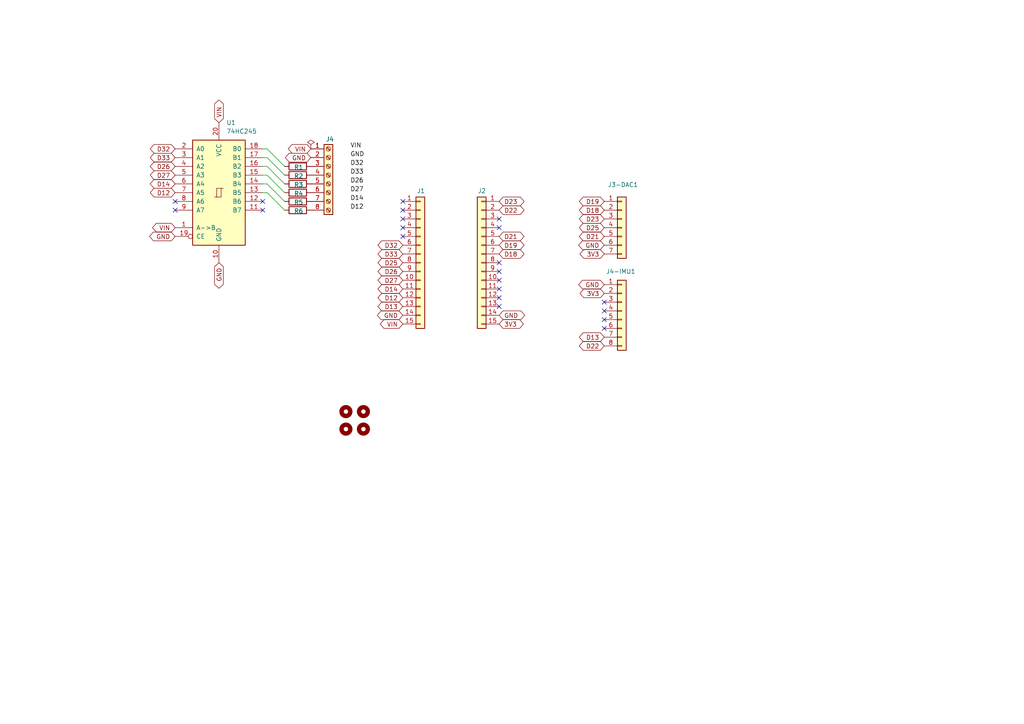
<source format=kicad_sch>
(kicad_sch (version 20250114) (generator "eeschema") (generator_version "9.0")
  (paper "A4")
  (lib_symbols
    (symbol "74xx:74HC245" (pin_names (offset 1.016))
      (property "Reference" "U" (at -7.62 16.51 0))
      (property "Value" "74HC245" (at -7.62 -16.51 0))
      (symbol "74HC245_1_0"
        (polyline (pts (xy -1.27 -1.27) (xy 0.635 -1.27) (xy 0.635 1.27) (xy 1.27 1.27)))
        (polyline (pts (xy -0.635 -1.27) (xy -0.635 1.27) (xy 0.635 1.27)))
        (pin tri_state line (at -12.7 12.7 0) (length 5.08) (name "A0") (number "2"))
        (pin tri_state line (at -12.7 10.16 0) (length 5.08) (name "A1") (number "3"))
        (pin tri_state line (at -12.7 7.62 0) (length 5.08) (name "A2") (number "4"))
        (pin tri_state line (at -12.7 5.08 0) (length 5.08) (name "A3") (number "5"))
        (pin tri_state line (at -12.7 2.54 0) (length 5.08) (name "A4") (number "6"))
        (pin tri_state line (at -12.7 0 0) (length 5.08) (name "A5") (number "7"))
        (pin tri_state line (at -12.7 -2.54 0) (length 5.08) (name "A6") (number "8"))
        (pin tri_state line (at -12.7 -5.08 0) (length 5.08) (name "A7") (number "9"))
        (pin input line (at -12.7 -10.16 0) (length 5.08) (name "A->B") (number "1"))
        (pin input inverted (at -12.7 -12.7 0) (length 5.08) (name "CE") (number "19"))
        (pin power_in line (at 0 20.32 270) (length 5.08) (name "VCC") (number "20"))
        (pin power_in line (at 0 -20.32 90) (length 5.08) (name "GND") (number "10"))
        (pin tri_state line (at 12.7 12.7 180) (length 5.08) (name "B0") (number "18"))
        (pin tri_state line (at 12.7 10.16 180) (length 5.08) (name "B1") (number "17"))
        (pin tri_state line (at 12.7 7.62 180) (length 5.08) (name "B2") (number "16"))
        (pin tri_state line (at 12.7 5.08 180) (length 5.08) (name "B3") (number "15"))
        (pin tri_state line (at 12.7 2.54 180) (length 5.08) (name "B4") (number "14"))
        (pin tri_state line (at 12.7 0 180) (length 5.08) (name "B5") (number "13"))
        (pin tri_state line (at 12.7 -2.54 180) (length 5.08) (name "B6") (number "12"))
        (pin tri_state line (at 12.7 -5.08 180) (length 5.08) (name "B7") (number "11"))
      )
      (symbol "74HC245_1_1"
        (rectangle (start -7.62 15.24) (end 7.62 -15.24) (stroke (width 0.254)) (fill (type background)))
      )
    )
    (symbol "Connector:Screw_Terminal_01x08" (pin_names (offset 1.016) (hide yes))
      (property "Reference" "J" (at 0 10.16 0))
      (property "Value" "Screw_Terminal_01x08" (at 0 -12.7 0))
      (symbol "Screw_Terminal_01x08_1_1"
        (rectangle (start -1.27 8.89) (end 1.27 -11.43) (stroke (width 0.254)) (fill (type background)))
        (polyline (pts (xy -0.5334 7.9502) (xy 0.3302 7.112)) (stroke (width 0.1524)))
        (polyline (pts (xy -0.5334 5.4102) (xy 0.3302 4.572)) (stroke (width 0.1524)))
        (polyline (pts (xy -0.5334 2.8702) (xy 0.3302 2.032)) (stroke (width 0.1524)))
        (polyline (pts (xy -0.5334 0.3302) (xy 0.3302 -0.508)) (stroke (width 0.1524)))
        (polyline (pts (xy -0.5334 -2.2098) (xy 0.3302 -3.048)) (stroke (width 0.1524)))
        (polyline (pts (xy -0.5334 -4.7498) (xy 0.3302 -5.588)) (stroke (width 0.1524)))
        (polyline (pts (xy -0.5334 -7.2898) (xy 0.3302 -8.128)) (stroke (width 0.1524)))
        (polyline (pts (xy -0.5334 -9.8298) (xy 0.3302 -10.668)) (stroke (width 0.1524)))
        (polyline (pts (xy -0.3556 8.128) (xy 0.508 7.2898)) (stroke (width 0.1524)))
        (polyline (pts (xy -0.3556 5.588) (xy 0.508 4.7498)) (stroke (width 0.1524)))
        (polyline (pts (xy -0.3556 3.048) (xy 0.508 2.2098)) (stroke (width 0.1524)))
        (polyline (pts (xy -0.3556 0.508) (xy 0.508 -0.3302)) (stroke (width 0.1524)))
        (polyline (pts (xy -0.3556 -2.032) (xy 0.508 -2.8702)) (stroke (width 0.1524)))
        (polyline (pts (xy -0.3556 -4.572) (xy 0.508 -5.4102)) (stroke (width 0.1524)))
        (polyline (pts (xy -0.3556 -7.112) (xy 0.508 -7.9502)) (stroke (width 0.1524)))
        (polyline (pts (xy -0.3556 -9.652) (xy 0.508 -10.4902)) (stroke (width 0.1524)))
        (circle (center 0 7.62) (radius 0.635) (stroke (width 0.1524)))
        (circle (center 0 5.08) (radius 0.635) (stroke (width 0.1524)))
        (circle (center 0 2.54) (radius 0.635) (stroke (width 0.1524)))
        (circle (center 0 0) (radius 0.635) (stroke (width 0.1524)))
        (circle (center 0 -2.54) (radius 0.635) (stroke (width 0.1524)))
        (circle (center 0 -5.08) (radius 0.635) (stroke (width 0.1524)))
        (circle (center 0 -7.62) (radius 0.635) (stroke (width 0.1524)))
        (circle (center 0 -10.16) (radius 0.635) (stroke (width 0.1524)))
        (pin passive line (at -5.08 7.62 0) (length 3.81) (name "Pin_1") (number "1"))
        (pin passive line (at -5.08 5.08 0) (length 3.81) (name "Pin_2") (number "2"))
        (pin passive line (at -5.08 2.54 0) (length 3.81) (name "Pin_3") (number "3"))
        (pin passive line (at -5.08 0 0) (length 3.81) (name "Pin_4") (number "4"))
        (pin passive line (at -5.08 -2.54 0) (length 3.81) (name "Pin_5") (number "5"))
        (pin passive line (at -5.08 -5.08 0) (length 3.81) (name "Pin_6") (number "6"))
        (pin passive line (at -5.08 -7.62 0) (length 3.81) (name "Pin_7") (number "7"))
        (pin passive line (at -5.08 -10.16 0) (length 3.81) (name "Pin_8") (number "8"))
      )
    )
    (symbol "Connector_Generic:Conn_01x07" (pin_names (offset 1.016) (hide yes))
      (property "Reference" "J" (at 0 10.16 0))
      (property "Value" "Conn_01x07" (at 0 -10.16 0))
      (symbol "Conn_01x07_1_1"
        (rectangle (start -1.27 8.89) (end 1.27 -8.89) (stroke (width 0.254)) (fill (type background)))
        (rectangle (start -1.27 7.747) (end 0 7.493) (stroke (width 0.1524)))
        (rectangle (start -1.27 5.207) (end 0 4.953) (stroke (width 0.1524)))
        (rectangle (start -1.27 2.667) (end 0 2.413) (stroke (width 0.1524)))
        (rectangle (start -1.27 0.127) (end 0 -0.127) (stroke (width 0.1524)))
        (rectangle (start -1.27 -2.413) (end 0 -2.667) (stroke (width 0.1524)))
        (rectangle (start -1.27 -4.953) (end 0 -5.207) (stroke (width 0.1524)))
        (rectangle (start -1.27 -7.493) (end 0 -7.747) (stroke (width 0.1524)))
        (pin passive line (at -5.08 7.62 0) (length 3.81) (name "Pin_1") (number "1"))
        (pin passive line (at -5.08 5.08 0) (length 3.81) (name "Pin_2") (number "2"))
        (pin passive line (at -5.08 2.54 0) (length 3.81) (name "Pin_3") (number "3"))
        (pin passive line (at -5.08 0 0) (length 3.81) (name "Pin_4") (number "4"))
        (pin passive line (at -5.08 -2.54 0) (length 3.81) (name "Pin_5") (number "5"))
        (pin passive line (at -5.08 -5.08 0) (length 3.81) (name "Pin_6") (number "6"))
        (pin passive line (at -5.08 -7.62 0) (length 3.81) (name "Pin_7") (number "7"))
      )
    )
    (symbol "Connector_Generic:Conn_01x08" (pin_names (offset 1.016) (hide yes))
      (property "Reference" "J" (at 0 10.16 0))
      (property "Value" "Conn_01x08" (at 0 -12.7 0))
      (symbol "Conn_01x08_1_1"
        (rectangle (start -1.27 8.89) (end 1.27 -11.43) (stroke (width 0.254)) (fill (type background)))
        (rectangle (start -1.27 7.747) (end 0 7.493) (stroke (width 0.1524)))
        (rectangle (start -1.27 5.207) (end 0 4.953) (stroke (width 0.1524)))
        (rectangle (start -1.27 2.667) (end 0 2.413) (stroke (width 0.1524)))
        (rectangle (start -1.27 0.127) (end 0 -0.127) (stroke (width 0.1524)))
        (rectangle (start -1.27 -2.413) (end 0 -2.667) (stroke (width 0.1524)))
        (rectangle (start -1.27 -4.953) (end 0 -5.207) (stroke (width 0.1524)))
        (rectangle (start -1.27 -7.493) (end 0 -7.747) (stroke (width 0.1524)))
        (rectangle (start -1.27 -10.033) (end 0 -10.287) (stroke (width 0.1524)))
        (pin passive line (at -5.08 7.62 0) (length 3.81) (name "Pin_1") (number "1"))
        (pin passive line (at -5.08 5.08 0) (length 3.81) (name "Pin_2") (number "2"))
        (pin passive line (at -5.08 2.54 0) (length 3.81) (name "Pin_3") (number "3"))
        (pin passive line (at -5.08 0 0) (length 3.81) (name "Pin_4") (number "4"))
        (pin passive line (at -5.08 -2.54 0) (length 3.81) (name "Pin_5") (number "5"))
        (pin passive line (at -5.08 -5.08 0) (length 3.81) (name "Pin_6") (number "6"))
        (pin passive line (at -5.08 -7.62 0) (length 3.81) (name "Pin_7") (number "7"))
        (pin passive line (at -5.08 -10.16 0) (length 3.81) (name "Pin_8") (number "8"))
      )
    )
    (symbol "Connector_Generic:Conn_01x15" (pin_names (offset 1.016) (hide yes))
      (property "Reference" "J" (at 0 20.32 0))
      (property "Value" "Conn_01x15" (at 0 -20.32 0))
      (symbol "Conn_01x15_1_1"
        (rectangle (start -1.27 19.05) (end 1.27 -19.05) (stroke (width 0.254)) (fill (type background)))
        (rectangle (start -1.27 17.907) (end 0 17.653) (stroke (width 0.1524)))
        (rectangle (start -1.27 15.367) (end 0 15.113) (stroke (width 0.1524)))
        (rectangle (start -1.27 12.827) (end 0 12.573) (stroke (width 0.1524)))
        (rectangle (start -1.27 10.287) (end 0 10.033) (stroke (width 0.1524)))
        (rectangle (start -1.27 7.747) (end 0 7.493) (stroke (width 0.1524)))
        (rectangle (start -1.27 5.207) (end 0 4.953) (stroke (width 0.1524)))
        (rectangle (start -1.27 2.667) (end 0 2.413) (stroke (width 0.1524)))
        (rectangle (start -1.27 0.127) (end 0 -0.127) (stroke (width 0.1524)))
        (rectangle (start -1.27 -2.413) (end 0 -2.667) (stroke (width 0.1524)))
        (rectangle (start -1.27 -4.953) (end 0 -5.207) (stroke (width 0.1524)))
        (rectangle (start -1.27 -7.493) (end 0 -7.747) (stroke (width 0.1524)))
        (rectangle (start -1.27 -10.033) (end 0 -10.287) (stroke (width 0.1524)))
        (rectangle (start -1.27 -12.573) (end 0 -12.827) (stroke (width 0.1524)))
        (rectangle (start -1.27 -15.113) (end 0 -15.367) (stroke (width 0.1524)))
        (rectangle (start -1.27 -17.653) (end 0 -17.907) (stroke (width 0.1524)))
        (pin passive line (at -5.08 17.78 0) (length 3.81) (name "Pin_1") (number "1"))
        (pin passive line (at -5.08 15.24 0) (length 3.81) (name "Pin_2") (number "2"))
        (pin passive line (at -5.08 12.7 0) (length 3.81) (name "Pin_3") (number "3"))
        (pin passive line (at -5.08 10.16 0) (length 3.81) (name "Pin_4") (number "4"))
        (pin passive line (at -5.08 7.62 0) (length 3.81) (name "Pin_5") (number "5"))
        (pin passive line (at -5.08 5.08 0) (length 3.81) (name "Pin_6") (number "6"))
        (pin passive line (at -5.08 2.54 0) (length 3.81) (name "Pin_7") (number "7"))
        (pin passive line (at -5.08 0 0) (length 3.81) (name "Pin_8") (number "8"))
        (pin passive line (at -5.08 -2.54 0) (length 3.81) (name "Pin_9") (number "9"))
        (pin passive line (at -5.08 -5.08 0) (length 3.81) (name "Pin_10") (number "10"))
        (pin passive line (at -5.08 -7.62 0) (length 3.81) (name "Pin_11") (number "11"))
        (pin passive line (at -5.08 -10.16 0) (length 3.81) (name "Pin_12") (number "12"))
        (pin passive line (at -5.08 -12.7 0) (length 3.81) (name "Pin_13") (number "13"))
        (pin passive line (at -5.08 -15.24 0) (length 3.81) (name "Pin_14") (number "14"))
        (pin passive line (at -5.08 -17.78 0) (length 3.81) (name "Pin_15") (number "15"))
      )
    )
    (symbol "Device:R" (pin_numbers (hide yes)) (pin_names (offset 0))
      (property "Reference" "R" (at 2.032 0 90))
      (property "Value" "R" (at 0 0 90))
      (symbol "R_0_1"
        (rectangle (start -1.016 -2.54) (end 1.016 2.54) (stroke (width 0.254)))
      )
      (symbol "R_1_1"
        (pin passive line (at 0 3.81 270) (length 1.27) (name "~") (number "1"))
        (pin passive line (at 0 -3.81 90) (length 1.27) (name "~") (number "2"))
      )
    )
    (symbol "Mechanical:MountingHole" (pin_names (offset 1.016)) (in_bom no)
      (property "Reference" "H" (at 0 5.08 0))
      (property "Value" "MountingHole" (at 0 3.175 0))
      (symbol "MountingHole_0_1"
        (circle (center 0 0) (radius 1.27) (stroke (width 1.27)))
      )
    )
    (symbol "power:PWR_FLAG" (power) (pin_numbers (hide yes)) (pin_names (offset 0) (hide yes))
      (property "Value" "PWR_FLAG" (at 0 3.81 0))
      (symbol "PWR_FLAG_0_0"
        (pin power_out line (at 0 0 90) (length 0) (name "~") (number "1"))
      )
      (symbol "PWR_FLAG_0_1"
        (polyline (pts (xy 0 0) (xy 0 1.27) (xy -1.016 1.905) (xy 0 2.54) (xy 1.016 1.905) (xy 0 1.27)))
      )
    )
  )
  (no_connect (at 116.84 60.96))
  (no_connect (at 116.84 58.42))
  (no_connect (at 116.84 63.5))
  (no_connect (at 175.26 95.25))
  (no_connect (at 144.78 86.36))
  (no_connect (at 116.84 66.04))
  (no_connect (at 144.78 76.2))
  (no_connect (at 144.78 63.5))
  (no_connect (at 116.84 68.58))
  (no_connect (at 144.78 83.82))
  (no_connect (at 175.26 90.17))
  (no_connect (at 50.8 58.42))
  (no_connect (at 144.78 81.28))
  (no_connect (at 76.2 58.42))
  (no_connect (at 50.8 60.96))
  (no_connect (at 76.2 60.96))
  (no_connect (at 175.26 87.63))
  (no_connect (at 144.78 78.74))
  (no_connect (at 175.26 92.71))
  (no_connect (at 144.78 88.9))
  (no_connect (at 144.78 66.04))
  (wire (pts (xy 82.55 58.42) (xy 77.47 53.34)))
  (wire (pts (xy 76.2 45.72) (xy 77.47 45.72)))
  (wire (pts (xy 82.55 55.88) (xy 77.47 50.8)))
  (wire (pts (xy 76.2 55.88) (xy 77.47 55.88)))
  (wire (pts (xy 76.2 50.8) (xy 77.47 50.8)))
  (wire (pts (xy 82.55 60.96) (xy 77.47 55.88)))
  (wire (pts (xy 82.55 50.8) (xy 77.47 45.72)))
  (wire (pts (xy 76.2 43.18) (xy 77.47 43.18)))
  (wire (pts (xy 77.47 43.18) (xy 82.55 48.26)))
  (wire (pts (xy 82.55 53.34) (xy 77.47 48.26)))
  (wire (pts (xy 76.2 53.34) (xy 77.47 53.34)))
  (wire (pts (xy 76.2 48.26) (xy 77.47 48.26)))
  (label "GND" (at 101.6 45.72 0))
  (label "D26" (at 101.6 53.34 0))
  (label "D12" (at 101.6 60.96 0))
  (label "D14" (at 101.6 58.42 0))
  (label "D33" (at 101.6 50.8 0))
  (label "D32" (at 101.6 48.26 0))
  (label "VIN" (at 101.6 43.18 0))
  (label "D27" (at 101.6 55.88 0))
  (global_label "D21" (shape bidirectional) (at 144.78 68.58 0) (property "Intersheetrefs" "${INTERSHEET_REFS}" (effects (hide yes))))
  (global_label "D33" (shape bidirectional) (at 116.84 73.66 180) (property "Intersheetrefs" "${INTERSHEET_REFS}" (effects (hide yes))))
  (global_label "D19" (shape bidirectional) (at 144.78 71.12 0) (property "Intersheetrefs" "${INTERSHEET_REFS}" (effects (hide yes))))
  (global_label "D22" (shape bidirectional) (at 144.78 60.96 0) (property "Intersheetrefs" "${INTERSHEET_REFS}" (effects (hide yes))))
  (global_label "D21" (shape bidirectional) (at 175.26 68.58 180) (property "Intersheetrefs" "${INTERSHEET_REFS}" (effects (hide yes))))
  (global_label "D25" (shape bidirectional) (at 116.84 76.2 180) (property "Intersheetrefs" "${INTERSHEET_REFS}" (effects (hide yes))))
  (global_label "D18" (shape bidirectional) (at 144.78 73.66 0) (property "Intersheetrefs" "${INTERSHEET_REFS}" (effects (hide yes))))
  (global_label "VIN" (shape bidirectional) (at 63.5 35.56 90) (property "Intersheetrefs" "${INTERSHEET_REFS}" (effects (hide yes))))
  (global_label "D26" (shape bidirectional) (at 50.8 48.26 180) (property "Intersheetrefs" "${INTERSHEET_REFS}" (effects (hide yes))))
  (global_label "D25" (shape bidirectional) (at 175.26 66.04 180) (property "Intersheetrefs" "${INTERSHEET_REFS}" (effects (hide yes))))
  (global_label "3V3" (shape bidirectional) (at 175.26 73.66 180) (property "Intersheetrefs" "${INTERSHEET_REFS}" (effects (hide yes))))
  (global_label "VIN" (shape bidirectional) (at 116.84 93.98 180) (property "Intersheetrefs" "${INTERSHEET_REFS}" (effects (hide yes))))
  (global_label "D27" (shape bidirectional) (at 116.84 81.28 180) (property "Intersheetrefs" "${INTERSHEET_REFS}" (effects (hide yes))))
  (global_label "D22" (shape bidirectional) (at 175.26 100.33 180) (property "Intersheetrefs" "${INTERSHEET_REFS}" (effects (hide yes))))
  (global_label "D32" (shape bidirectional) (at 116.84 71.12 180) (property "Intersheetrefs" "${INTERSHEET_REFS}" (effects (hide yes))))
  (global_label "D13" (shape bidirectional) (at 116.84 88.9 180) (property "Intersheetrefs" "${INTERSHEET_REFS}" (effects (hide yes))))
  (global_label "VIN" (shape bidirectional) (at 50.8 66.04 180) (property "Intersheetrefs" "${INTERSHEET_REFS}" (effects (hide yes))))
  (global_label "3V3" (shape bidirectional) (at 175.26 85.09 180) (property "Intersheetrefs" "${INTERSHEET_REFS}" (effects (hide yes))))
  (global_label "GND" (shape bidirectional) (at 50.8 68.58 180) (property "Intersheetrefs" "${INTERSHEET_REFS}" (effects (hide yes))))
  (global_label "D23" (shape bidirectional) (at 175.26 63.5 180) (property "Intersheetrefs" "${INTERSHEET_REFS}" (effects (hide yes))))
  (global_label "GND" (shape bidirectional) (at 63.5 76.2 270) (property "Intersheetrefs" "${INTERSHEET_REFS}" (effects (hide yes))))
  (global_label "GND" (shape bidirectional) (at 116.84 91.44 180) (property "Intersheetrefs" "${INTERSHEET_REFS}" (effects (hide yes))))
  (global_label "GND" (shape bidirectional) (at 175.26 82.55 180) (property "Intersheetrefs" "${INTERSHEET_REFS}" (effects (hide yes))))
  (global_label "D18" (shape bidirectional) (at 175.26 60.96 180) (property "Intersheetrefs" "${INTERSHEET_REFS}" (effects (hide yes))))
  (global_label "D13" (shape bidirectional) (at 175.26 97.79 180) (property "Intersheetrefs" "${INTERSHEET_REFS}" (effects (hide yes))))
  (global_label "D32" (shape bidirectional) (at 50.8 43.18 180) (property "Intersheetrefs" "${INTERSHEET_REFS}" (effects (hide yes))))
  (global_label "VIN" (shape bidirectional) (at 90.17 43.18 180) (property "Intersheetrefs" "${INTERSHEET_REFS}" (effects (hide yes))))
  (global_label "GND" (shape bidirectional) (at 144.78 91.44 0) (property "Intersheetrefs" "${INTERSHEET_REFS}" (effects (hide yes))))
  (global_label "3V3" (shape bidirectional) (at 144.78 93.98 0) (property "Intersheetrefs" "${INTERSHEET_REFS}" (effects (hide yes))))
  (global_label "D27" (shape bidirectional) (at 50.8 50.8 180) (property "Intersheetrefs" "${INTERSHEET_REFS}" (effects (hide yes))))
  (global_label "D33" (shape bidirectional) (at 50.8 45.72 180) (property "Intersheetrefs" "${INTERSHEET_REFS}" (effects (hide yes))))
  (global_label "GND" (shape bidirectional) (at 90.17 45.72 180) (property "Intersheetrefs" "${INTERSHEET_REFS}" (effects (hide yes))))
  (global_label "D19" (shape bidirectional) (at 175.26 58.42 180) (property "Intersheetrefs" "${INTERSHEET_REFS}" (effects (hide yes))))
  (global_label "D26" (shape bidirectional) (at 116.84 78.74 180) (property "Intersheetrefs" "${INTERSHEET_REFS}" (effects (hide yes))))
  (global_label "D14" (shape bidirectional) (at 116.84 83.82 180) (property "Intersheetrefs" "${INTERSHEET_REFS}" (effects (hide yes))))
  (global_label "D12" (shape bidirectional) (at 50.8 55.88 180) (property "Intersheetrefs" "${INTERSHEET_REFS}" (effects (hide yes))))
  (global_label "D23" (shape bidirectional) (at 144.78 58.42 0) (property "Intersheetrefs" "${INTERSHEET_REFS}" (effects (hide yes))))
  (global_label "D12" (shape bidirectional) (at 116.84 86.36 180) (property "Intersheetrefs" "${INTERSHEET_REFS}" (effects (hide yes))))
  (global_label "GND" (shape bidirectional) (at 175.26 71.12 180) (property "Intersheetrefs" "${INTERSHEET_REFS}" (effects (hide yes))))
  (global_label "D14" (shape bidirectional) (at 50.8 53.34 180) (property "Intersheetrefs" "${INTERSHEET_REFS}" (effects (hide yes))))
  (symbol (lib_id "Connector:Screw_Terminal_01x08") (at 95.25 50.8 0) (unit 1)
    (property "Reference" "J4" (at 94.488 40.386 0) (effects (justify left)))
    (property "Value" "Screw_Terminal_01x08" (effects (hide yes)))
    (property "Footprint" "TerminalBlock_Phoenix:TerminalBlock_Phoenix_PT-1,5-8-3.5-H_1x08_P3.50mm_Horizontal" (effects (hide yes)))
    (property "Description" "Generic screw terminal, single row, 01x08, script generated (kicad-library-utils/schlib/autogen/connector/)" (effects (hide yes)))
  )
  (symbol (lib_id "Connector_Generic:Conn_01x07") (at 180.34 66.04 0) (unit 1)
    (property "Reference" "J3-DAC1" (at 176.276 53.594 0) (effects (justify left)))
    (property "Value" "Conn_01x07" (effects (hide yes)))
    (property "Footprint" "Connector_PinSocket_2.54mm:PinSocket_1x07_P2.54mm_Vertical" (effects (hide yes)))
    (property "Description" "Generic connector, single row, 01x07, script generated (kicad-library-utils/schlib/autogen/connector/)" (effects (hide yes)))
  )
  (symbol (lib_id "Mechanical:MountingHole") (at 105.41 124.46 0) (unit 1) (in_bom no)
    (property "Reference" "H3" (effects (hide yes)))
    (property "Value" "MountingHole" (effects (hide yes)))
    (property "Footprint" "MountingHole:MountingHole_3.2mm_M3" (effects (hide yes)))
    (property "Description" "Mounting Hole without connection" (effects (hide yes)))
  )
  (symbol (lib_id "Device:R") (at 86.36 53.34 90) (unit 1)
    (property "Reference" "R3" (at 86.614 53.594 90))
    (property "Value" "R" (effects (hide yes)))
    (property "Footprint" "Resistor_THT:R_Axial_DIN0207_L6.3mm_D2.5mm_P7.62mm_Horizontal" (effects (hide yes)))
    (property "Description" "Resistor" (effects (hide yes)))
  )
  (symbol (lib_id "Connector_Generic:Conn_01x15") (at 139.7 76.2 0) (mirror y) (unit 1)
    (property "Reference" "J2" (at 140.97 55.372 0) (effects (justify left)))
    (property "Value" "Conn_01x15" (effects (hide yes)))
    (property "Footprint" "Connector_PinSocket_2.54mm:PinSocket_1x15_P2.54mm_Vertical" (effects (hide yes)))
    (property "Description" "Generic connector, single row, 01x15, script generated (kicad-library-utils/schlib/autogen/connector/)" (effects (hide yes)))
  )
  (symbol (lib_id "Device:R") (at 86.36 55.88 90) (unit 1)
    (property "Reference" "R4" (at 86.614 56.134 90))
    (property "Value" "R" (effects (hide yes)))
    (property "Footprint" "Resistor_THT:R_Axial_DIN0207_L6.3mm_D2.5mm_P7.62mm_Horizontal" (effects (hide yes)))
    (property "Description" "Resistor" (effects (hide yes)))
  )
  (symbol (lib_id "Mechanical:MountingHole") (at 100.33 119.38 0) (unit 1) (in_bom no)
    (property "Reference" "H1" (effects (hide yes)))
    (property "Value" "MountingHole" (effects (hide yes)))
    (property "Footprint" "MountingHole:MountingHole_3.2mm_M3" (effects (hide yes)))
    (property "Description" "Mounting Hole without connection" (effects (hide yes)))
  )
  (symbol (lib_id "74xx:74HC245") (at 63.5 55.88 0) (unit 1)
    (property "Reference" "U1" (at 65.6433 35.56 0) (effects (justify left)))
    (property "Value" "74HC245" (at 65.6433 38.1 0) (effects (justify left)))
    (property "Footprint" "Package_DIP:DIP-20_W7.62mm_LongPads" (effects (hide yes)))
    (property "Datasheet" "http://www.ti.com/lit/gpn/sn74HC245" (effects (hide yes)))
    (property "Description" "Octal BUS Transceivers, 3-State outputs" (effects (hide yes)))
  )
  (symbol (lib_id "power:PWR_FLAG") (at 90.17 43.18 0) (unit 1)
    (property "Reference" "#FLG01" (effects (hide yes)))
    (property "Value" "PWR_FLAG" (effects (hide yes)))
    (property "Description" "Special symbol for telling ERC where power comes from" (effects (hide yes)))
  )
  (symbol (lib_id "Device:R") (at 86.36 50.8 90) (unit 1)
    (property "Reference" "R2" (at 86.614 51.054 90))
    (property "Value" "R" (effects (hide yes)))
    (property "Footprint" "Resistor_THT:R_Axial_DIN0207_L6.3mm_D2.5mm_P7.62mm_Horizontal" (effects (hide yes)))
    (property "Description" "Resistor" (effects (hide yes)))
  )
  (symbol (lib_id "Device:R") (at 86.36 48.26 90) (unit 1)
    (property "Reference" "R1" (at 86.614 48.514 90))
    (property "Value" "R" (effects (hide yes)))
    (property "Footprint" "Resistor_THT:R_Axial_DIN0207_L6.3mm_D2.5mm_P7.62mm_Horizontal" (effects (hide yes)))
    (property "Description" "Resistor" (effects (hide yes)))
  )
  (symbol (lib_id "Connector_Generic:Conn_01x08") (at 180.34 90.17 0) (unit 1)
    (property "Reference" "J4-IMU1" (at 175.768 78.74 0) (effects (justify left)))
    (property "Value" "Conn_01x08" (effects (hide yes)))
    (property "Footprint" "Connector_PinSocket_2.54mm:PinSocket_1x08_P2.54mm_Vertical" (effects (hide yes)))
    (property "Description" "Generic connector, single row, 01x08, script generated (kicad-library-utils/schlib/autogen/connector/)" (effects (hide yes)))
  )
  (symbol (lib_id "Mechanical:MountingHole") (at 100.33 124.46 0) (unit 1) (in_bom no)
    (property "Reference" "H2" (effects (hide yes)))
    (property "Value" "MountingHole" (effects (hide yes)))
    (property "Footprint" "MountingHole:MountingHole_3.2mm_M3" (effects (hide yes)))
    (property "Description" "Mounting Hole without connection" (effects (hide yes)))
  )
  (symbol (lib_id "Device:R") (at 86.36 60.96 90) (unit 1)
    (property "Reference" "R6" (at 86.614 61.214 90))
    (property "Value" "R" (effects (hide yes)))
    (property "Footprint" "Resistor_THT:R_Axial_DIN0207_L6.3mm_D2.5mm_P7.62mm_Horizontal" (effects (hide yes)))
    (property "Description" "Resistor" (effects (hide yes)))
  )
  (symbol (lib_id "Device:R") (at 86.36 58.42 90) (unit 1)
    (property "Reference" "R5" (at 86.614 58.674 90))
    (property "Value" "R" (effects (hide yes)))
    (property "Footprint" "Resistor_THT:R_Axial_DIN0207_L6.3mm_D2.5mm_P7.62mm_Horizontal" (effects (hide yes)))
    (property "Description" "Resistor" (effects (hide yes)))
  )
  (symbol (lib_id "Mechanical:MountingHole") (at 105.41 119.38 0) (unit 1) (in_bom no)
    (property "Reference" "H4" (effects (hide yes)))
    (property "Value" "MountingHole" (effects (hide yes)))
    (property "Footprint" "MountingHole:MountingHole_3.2mm_M3" (effects (hide yes)))
    (property "Description" "Mounting Hole without connection" (effects (hide yes)))
  )
  (symbol (lib_id "Connector_Generic:Conn_01x15") (at 121.92 76.2 0) (unit 1)
    (property "Reference" "J1" (at 120.904 55.372 0) (effects (justify left)))
    (property "Value" "Conn_01x15" (effects (hide yes)))
    (property "Footprint" "Connector_PinSocket_2.54mm:PinSocket_1x15_P2.54mm_Vertical" (effects (hide yes)))
    (property "Description" "Generic connector, single row, 01x15, script generated (kicad-library-utils/schlib/autogen/connector/)" (effects (hide yes)))
  )
)
</source>
